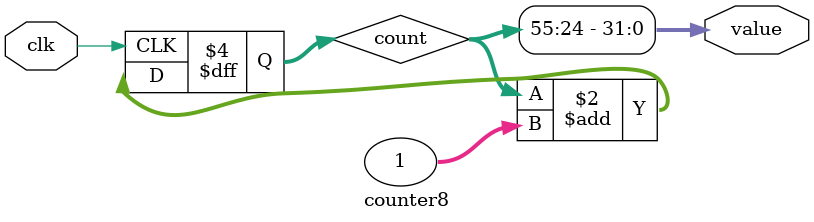
<source format=sv>
`timescale 1ns / 1ps


`default_nettype none
module counter8 (
input wire clk,
output wire [31:0] value
    );
    logic [64:0] count = 0;
    
    always @(posedge clk) begin
    count <= count + 1;
    end
    
    assign value = count[55:24];
    
endmodule
</source>
